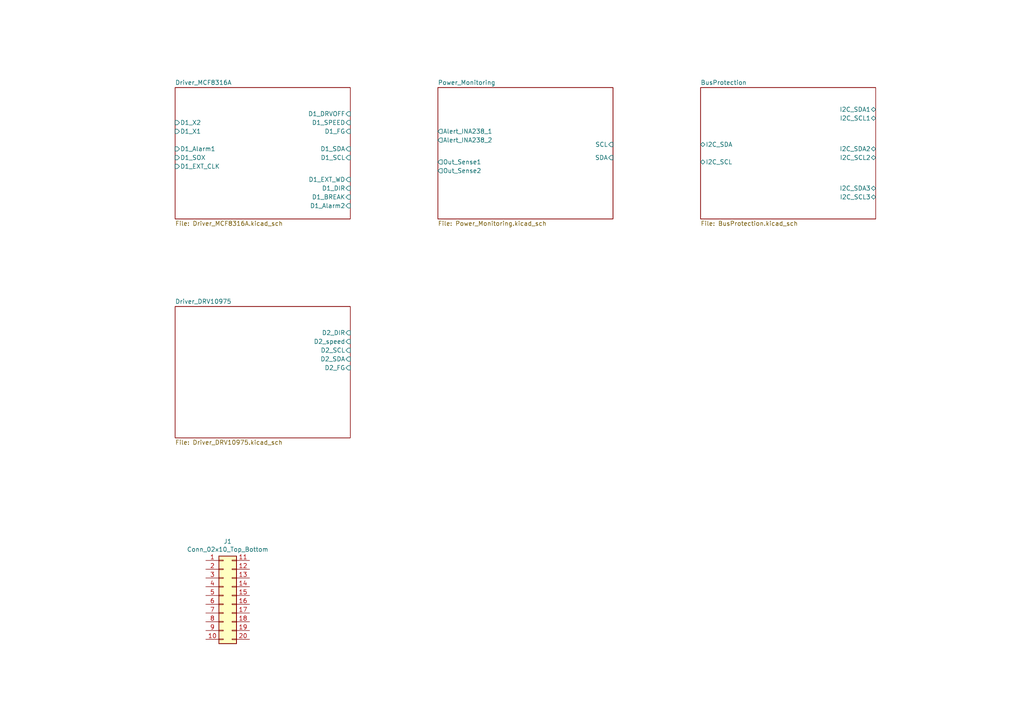
<source format=kicad_sch>
(kicad_sch (version 20211123) (generator eeschema)
  (paper "A4")
  (lib_symbols
    (symbol "Connector_Generic:Conn_02x10_Top_Bottom" (pin_names (offset 1.016) hide)
      (property "Reference" "J" (at 1.27 12.7 0))
      (property "Value" "Conn_02x10_Top_Bottom" (at 1.27 -15.24 0))
      (symbol "Conn_02x10_Top_Bottom_1_1"
        (rectangle (start -1.27 -12.573) (end 0 -12.827) (stroke (width 0.1524)))
        (rectangle (start -1.27 -10.033) (end 0 -10.287) (stroke (width 0.1524)))
        (rectangle (start -1.27 -7.493) (end 0 -7.747) (stroke (width 0.1524)))
        (rectangle (start -1.27 -4.953) (end 0 -5.207) (stroke (width 0.1524)))
        (rectangle (start -1.27 -2.413) (end 0 -2.667) (stroke (width 0.1524)))
        (rectangle (start -1.27 0.127) (end 0 -0.127) (stroke (width 0.1524)))
        (rectangle (start -1.27 2.667) (end 0 2.413) (stroke (width 0.1524)))
        (rectangle (start -1.27 5.207) (end 0 4.953) (stroke (width 0.1524)))
        (rectangle (start -1.27 7.747) (end 0 7.493) (stroke (width 0.1524)))
        (rectangle (start -1.27 10.287) (end 0 10.033) (stroke (width 0.1524)))
        (rectangle (start -1.27 11.43) (end 3.81 -13.97) (stroke (width 0.254)) (fill (type background)))
        (rectangle (start 3.81 -12.573) (end 2.54 -12.827) (stroke (width 0.1524)))
        (rectangle (start 3.81 -10.033) (end 2.54 -10.287) (stroke (width 0.1524)))
        (rectangle (start 3.81 -7.493) (end 2.54 -7.747) (stroke (width 0.1524)))
        (rectangle (start 3.81 -4.953) (end 2.54 -5.207) (stroke (width 0.1524)))
        (rectangle (start 3.81 -2.413) (end 2.54 -2.667) (stroke (width 0.1524)))
        (rectangle (start 3.81 0.127) (end 2.54 -0.127) (stroke (width 0.1524)))
        (rectangle (start 3.81 2.667) (end 2.54 2.413) (stroke (width 0.1524)))
        (rectangle (start 3.81 5.207) (end 2.54 4.953) (stroke (width 0.1524)))
        (rectangle (start 3.81 7.747) (end 2.54 7.493) (stroke (width 0.1524)))
        (rectangle (start 3.81 10.287) (end 2.54 10.033) (stroke (width 0.1524)))
        (pin passive line (at -5.08 10.16 0) (length 3.81) (name "Pin_1") (number "1"))
        (pin passive line (at -5.08 -12.7 0) (length 3.81) (name "Pin_10") (number "10"))
        (pin passive line (at 7.62 10.16 180) (length 3.81) (name "Pin_11") (number "11"))
        (pin passive line (at 7.62 7.62 180) (length 3.81) (name "Pin_12") (number "12"))
        (pin passive line (at 7.62 5.08 180) (length 3.81) (name "Pin_13") (number "13"))
        (pin passive line (at 7.62 2.54 180) (length 3.81) (name "Pin_14") (number "14"))
        (pin passive line (at 7.62 0 180) (length 3.81) (name "Pin_15") (number "15"))
        (pin passive line (at 7.62 -2.54 180) (length 3.81) (name "Pin_16") (number "16"))
        (pin passive line (at 7.62 -5.08 180) (length 3.81) (name "Pin_17") (number "17"))
        (pin passive line (at 7.62 -7.62 180) (length 3.81) (name "Pin_18") (number "18"))
        (pin passive line (at 7.62 -10.16 180) (length 3.81) (name "Pin_19") (number "19"))
        (pin passive line (at -5.08 7.62 0) (length 3.81) (name "Pin_2") (number "2"))
        (pin passive line (at 7.62 -12.7 180) (length 3.81) (name "Pin_20") (number "20"))
        (pin passive line (at -5.08 5.08 0) (length 3.81) (name "Pin_3") (number "3"))
        (pin passive line (at -5.08 2.54 0) (length 3.81) (name "Pin_4") (number "4"))
        (pin passive line (at -5.08 0 0) (length 3.81) (name "Pin_5") (number "5"))
        (pin passive line (at -5.08 -2.54 0) (length 3.81) (name "Pin_6") (number "6"))
        (pin passive line (at -5.08 -5.08 0) (length 3.81) (name "Pin_7") (number "7"))
        (pin passive line (at -5.08 -7.62 0) (length 3.81) (name "Pin_8") (number "8"))
        (pin passive line (at -5.08 -10.16 0) (length 3.81) (name "Pin_9") (number "9"))
      )
    )
  )
  (symbol (lib_id "Connector_Generic:Conn_02x10_Top_Bottom") (at 64.77 172.72 0) (unit 1)
    (property "Reference" "J1" (at 66.04 157.0482 0))
    (property "Value" "Conn_02x10_Top_Bottom" (at 66.04 159.3596 0))
  )
  (sheet (at 50.8 25.4) (size 50.8 38.1)
    (property "Sheet name" "Driver_MCF8316A" (at 50.8 24.6884 0) (effects (justify left bottom)))
    (property "Sheet file" "Driver_MCF8316A.kicad_sch" (at 50.8 64.0846 0) (effects (justify left top)))
    (pin "D1_DRVOFF" input (at 101.6 33.02 0))
    (pin "D1_SPEED" input (at 101.6 35.56 0))
    (pin "D1_FG" input (at 101.6 38.1 0))
    (pin "D1_SDA" input (at 101.6 43.18 0))
    (pin "D1_SCL" input (at 101.6 45.72 0))
    (pin "D1_EXT_WD" input (at 101.6 52.07 0))
    (pin "D1_DIR" input (at 101.6 54.61 0))
    (pin "D1_BREAK" input (at 101.6 57.15 0))
    (pin "D1_Alarm2" input (at 101.6 59.69 0))
    (pin "D1_Alarm1" input (at 50.8 43.18 180))
    (pin "D1_X2" input (at 50.8 35.56 180))
    (pin "D1_X1" input (at 50.8 38.1 180))
    (pin "D1_SOX" input (at 50.8 45.72 180))
    (pin "D1_EXT_CLK" input (at 50.8 48.26 180))
  )
  (sheet (at 127 25.4) (size 50.8 38.1)
    (property "Sheet name" "Power_Monitoring" (at 127 24.6884 0) (effects (justify left bottom)))
    (property "Sheet file" "Power_Monitoring.kicad_sch" (at 127 64.0846 0) (effects (justify left top)))
    (pin "SDA" input (at 177.8 45.72 0))
    (pin "SCL" input (at 177.8 41.91 0))
    (pin "Alert_INA238_2" output (at 127 40.64 180))
    (pin "Alert_INA238_1" output (at 127 38.1 180))
    (pin "Out_Sense2" output (at 127 49.53 180))
    (pin "Out_Sense1" output (at 127 46.99 180))
  )
  (sheet (at 50.8 88.9) (size 50.8 38.1)
    (property "Sheet name" "Driver_DRV10975" (at 50.8 88.1884 0) (effects (justify left bottom)))
    (property "Sheet file" "Driver_DRV10975.kicad_sch" (at 50.8 127.5846 0) (effects (justify left top)))
    (pin "D2_DIR" input (at 101.6 96.52 0))
    (pin "D2_speed" input (at 101.6 99.06 0))
    (pin "D2_SCL" input (at 101.6 101.6 0))
    (pin "D2_SDA" input (at 101.6 104.14 0))
    (pin "D2_FG" input (at 101.6 106.68 0))
  )
  (sheet (at 203.2 25.4) (size 50.8 38.1)
    (property "Sheet name" "BusProtection" (at 203.2 24.6884 0) (effects (justify left bottom)))
    (property "Sheet file" "BusProtection.kicad_sch" (at 203.2 64.0846 0) (effects (justify left top)))
    (pin "I2C_SDA1" bidirectional (at 254 31.75 0))
    (pin "I2C_SDA" bidirectional (at 203.2 41.91 180))
    (pin "I2C_SCL1" bidirectional (at 254 34.29 0))
    (pin "I2C_SCL" bidirectional (at 203.2 46.99 180))
    (pin "I2C_SDA2" bidirectional (at 254 43.18 0))
    (pin "I2C_SCL2" bidirectional (at 254 45.72 0))
    (pin "I2C_SDA3" bidirectional (at 254 54.61 0))
    (pin "I2C_SCL3" bidirectional (at 254 57.15 0))
  )
)
</source>
